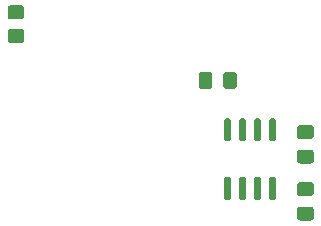
<source format=gbr>
%TF.GenerationSoftware,KiCad,Pcbnew,5.1.9-73d0e3b20d~88~ubuntu20.04.1*%
%TF.CreationDate,2021-04-20T00:17:22+02:00*%
%TF.ProjectId,hardware,68617264-7761-4726-952e-6b696361645f,rev?*%
%TF.SameCoordinates,Original*%
%TF.FileFunction,Paste,Top*%
%TF.FilePolarity,Positive*%
%FSLAX46Y46*%
G04 Gerber Fmt 4.6, Leading zero omitted, Abs format (unit mm)*
G04 Created by KiCad (PCBNEW 5.1.9-73d0e3b20d~88~ubuntu20.04.1) date 2021-04-20 00:17:22*
%MOMM*%
%LPD*%
G01*
G04 APERTURE LIST*
G04 APERTURE END LIST*
%TO.C,C1*%
G36*
G01*
X111412000Y-141187500D02*
X112362000Y-141187500D01*
G75*
G02*
X112612000Y-141437500I0J-250000D01*
G01*
X112612000Y-142112500D01*
G75*
G02*
X112362000Y-142362500I-250000J0D01*
G01*
X111412000Y-142362500D01*
G75*
G02*
X111162000Y-142112500I0J250000D01*
G01*
X111162000Y-141437500D01*
G75*
G02*
X111412000Y-141187500I250000J0D01*
G01*
G37*
G36*
G01*
X111412000Y-139112500D02*
X112362000Y-139112500D01*
G75*
G02*
X112612000Y-139362500I0J-250000D01*
G01*
X112612000Y-140037500D01*
G75*
G02*
X112362000Y-140287500I-250000J0D01*
G01*
X111412000Y-140287500D01*
G75*
G02*
X111162000Y-140037500I0J250000D01*
G01*
X111162000Y-139362500D01*
G75*
G02*
X111412000Y-139112500I250000J0D01*
G01*
G37*
%TD*%
%TO.C,C2*%
G36*
G01*
X112362000Y-137536500D02*
X111412000Y-137536500D01*
G75*
G02*
X111162000Y-137286500I0J250000D01*
G01*
X111162000Y-136611500D01*
G75*
G02*
X111412000Y-136361500I250000J0D01*
G01*
X112362000Y-136361500D01*
G75*
G02*
X112612000Y-136611500I0J-250000D01*
G01*
X112612000Y-137286500D01*
G75*
G02*
X112362000Y-137536500I-250000J0D01*
G01*
G37*
G36*
G01*
X112362000Y-135461500D02*
X111412000Y-135461500D01*
G75*
G02*
X111162000Y-135211500I0J250000D01*
G01*
X111162000Y-134536500D01*
G75*
G02*
X111412000Y-134286500I250000J0D01*
G01*
X112362000Y-134286500D01*
G75*
G02*
X112612000Y-134536500I0J-250000D01*
G01*
X112612000Y-135211500D01*
G75*
G02*
X112362000Y-135461500I-250000J0D01*
G01*
G37*
%TD*%
%TO.C,C3*%
G36*
G01*
X106087500Y-130025000D02*
X106087500Y-130975000D01*
G75*
G02*
X105837500Y-131225000I-250000J0D01*
G01*
X105162500Y-131225000D01*
G75*
G02*
X104912500Y-130975000I0J250000D01*
G01*
X104912500Y-130025000D01*
G75*
G02*
X105162500Y-129775000I250000J0D01*
G01*
X105837500Y-129775000D01*
G75*
G02*
X106087500Y-130025000I0J-250000D01*
G01*
G37*
G36*
G01*
X104012500Y-130025000D02*
X104012500Y-130975000D01*
G75*
G02*
X103762500Y-131225000I-250000J0D01*
G01*
X103087500Y-131225000D01*
G75*
G02*
X102837500Y-130975000I0J250000D01*
G01*
X102837500Y-130025000D01*
G75*
G02*
X103087500Y-129775000I250000J0D01*
G01*
X103762500Y-129775000D01*
G75*
G02*
X104012500Y-130025000I0J-250000D01*
G01*
G37*
%TD*%
%TO.C,R1*%
G36*
G01*
X87826001Y-127330000D02*
X86925999Y-127330000D01*
G75*
G02*
X86676000Y-127080001I0J249999D01*
G01*
X86676000Y-126379999D01*
G75*
G02*
X86925999Y-126130000I249999J0D01*
G01*
X87826001Y-126130000D01*
G75*
G02*
X88076000Y-126379999I0J-249999D01*
G01*
X88076000Y-127080001D01*
G75*
G02*
X87826001Y-127330000I-249999J0D01*
G01*
G37*
G36*
G01*
X87826001Y-125330000D02*
X86925999Y-125330000D01*
G75*
G02*
X86676000Y-125080001I0J249999D01*
G01*
X86676000Y-124379999D01*
G75*
G02*
X86925999Y-124130000I249999J0D01*
G01*
X87826001Y-124130000D01*
G75*
G02*
X88076000Y-124379999I0J-249999D01*
G01*
X88076000Y-125080001D01*
G75*
G02*
X87826001Y-125330000I-249999J0D01*
G01*
G37*
%TD*%
%TO.C,U1*%
G36*
G01*
X108943000Y-138660000D02*
X109243000Y-138660000D01*
G75*
G02*
X109393000Y-138810000I0J-150000D01*
G01*
X109393000Y-140460000D01*
G75*
G02*
X109243000Y-140610000I-150000J0D01*
G01*
X108943000Y-140610000D01*
G75*
G02*
X108793000Y-140460000I0J150000D01*
G01*
X108793000Y-138810000D01*
G75*
G02*
X108943000Y-138660000I150000J0D01*
G01*
G37*
G36*
G01*
X107673000Y-138660000D02*
X107973000Y-138660000D01*
G75*
G02*
X108123000Y-138810000I0J-150000D01*
G01*
X108123000Y-140460000D01*
G75*
G02*
X107973000Y-140610000I-150000J0D01*
G01*
X107673000Y-140610000D01*
G75*
G02*
X107523000Y-140460000I0J150000D01*
G01*
X107523000Y-138810000D01*
G75*
G02*
X107673000Y-138660000I150000J0D01*
G01*
G37*
G36*
G01*
X106403000Y-138660000D02*
X106703000Y-138660000D01*
G75*
G02*
X106853000Y-138810000I0J-150000D01*
G01*
X106853000Y-140460000D01*
G75*
G02*
X106703000Y-140610000I-150000J0D01*
G01*
X106403000Y-140610000D01*
G75*
G02*
X106253000Y-140460000I0J150000D01*
G01*
X106253000Y-138810000D01*
G75*
G02*
X106403000Y-138660000I150000J0D01*
G01*
G37*
G36*
G01*
X105133000Y-138660000D02*
X105433000Y-138660000D01*
G75*
G02*
X105583000Y-138810000I0J-150000D01*
G01*
X105583000Y-140460000D01*
G75*
G02*
X105433000Y-140610000I-150000J0D01*
G01*
X105133000Y-140610000D01*
G75*
G02*
X104983000Y-140460000I0J150000D01*
G01*
X104983000Y-138810000D01*
G75*
G02*
X105133000Y-138660000I150000J0D01*
G01*
G37*
G36*
G01*
X105133000Y-133710000D02*
X105433000Y-133710000D01*
G75*
G02*
X105583000Y-133860000I0J-150000D01*
G01*
X105583000Y-135510000D01*
G75*
G02*
X105433000Y-135660000I-150000J0D01*
G01*
X105133000Y-135660000D01*
G75*
G02*
X104983000Y-135510000I0J150000D01*
G01*
X104983000Y-133860000D01*
G75*
G02*
X105133000Y-133710000I150000J0D01*
G01*
G37*
G36*
G01*
X106403000Y-133710000D02*
X106703000Y-133710000D01*
G75*
G02*
X106853000Y-133860000I0J-150000D01*
G01*
X106853000Y-135510000D01*
G75*
G02*
X106703000Y-135660000I-150000J0D01*
G01*
X106403000Y-135660000D01*
G75*
G02*
X106253000Y-135510000I0J150000D01*
G01*
X106253000Y-133860000D01*
G75*
G02*
X106403000Y-133710000I150000J0D01*
G01*
G37*
G36*
G01*
X107673000Y-133710000D02*
X107973000Y-133710000D01*
G75*
G02*
X108123000Y-133860000I0J-150000D01*
G01*
X108123000Y-135510000D01*
G75*
G02*
X107973000Y-135660000I-150000J0D01*
G01*
X107673000Y-135660000D01*
G75*
G02*
X107523000Y-135510000I0J150000D01*
G01*
X107523000Y-133860000D01*
G75*
G02*
X107673000Y-133710000I150000J0D01*
G01*
G37*
G36*
G01*
X108943000Y-133710000D02*
X109243000Y-133710000D01*
G75*
G02*
X109393000Y-133860000I0J-150000D01*
G01*
X109393000Y-135510000D01*
G75*
G02*
X109243000Y-135660000I-150000J0D01*
G01*
X108943000Y-135660000D01*
G75*
G02*
X108793000Y-135510000I0J150000D01*
G01*
X108793000Y-133860000D01*
G75*
G02*
X108943000Y-133710000I150000J0D01*
G01*
G37*
%TD*%
M02*

</source>
